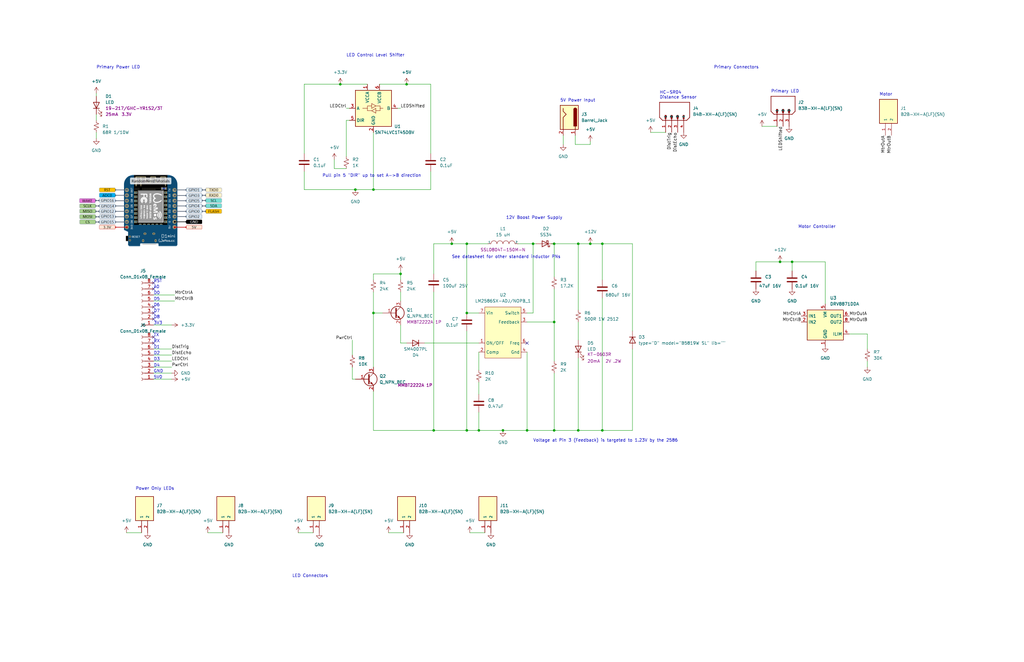
<source format=kicad_sch>
(kicad_sch (version 20211123) (generator eeschema)
  (paper "B")
  (title_block (title "Cat Feeder Controller") (rev "-") (company "Beaumont Aerodrome Corp"))
  (lib_symbols
    (symbol "Connector:Barrel_Jack" (pin_names (offset 1.016))
      (property "Reference" "J" (at 0 5.334 0))
      (property "Value" "Barrel_Jack" (at 0 -5.08 0))
      (symbol "Barrel_Jack_0_1"
        (rectangle (start -5.08 3.81) (end 5.08 -3.81) (stroke (width 0.254)) (fill (type background)))
        (arc (start -3.302 3.175) (mid -3.937 2.54) (end -3.302 1.905) (stroke (width 0.254)))
        (arc (start -3.302 3.175) (mid -3.937 2.54) (end -3.302 1.905) (stroke (width 0.254)) (fill (type outline)))
        (polyline (pts (xy 5.08 2.54) (xy 3.81 2.54)) (stroke (width 0.254)))
        (polyline (pts (xy -3.81 -2.54) (xy -2.54 -2.54) (xy -1.27 -1.27) (xy 0 -2.54) (xy 2.54 -2.54) (xy 5.08 -2.54)) (stroke (width 0.254)))
        (rectangle (start 3.683 3.175) (end -3.302 1.905) (stroke (width 0.254)) (fill (type outline)))
      )
      (symbol "Barrel_Jack_1_1"
        (pin passive line (at 7.62 2.54 180) (length 2.54) (name "~") (number "1"))
        (pin passive line (at 7.62 -2.54 180) (length 2.54) (name "~") (number "2"))
      )
    )
    (symbol "Connector:Conn_01x08_Female" (pin_names (offset 1.016) hide)
      (property "Reference" "J" (at 0 10.16 0))
      (property "Value" "Conn_01x08_Female" (at 0 -12.7 0))
      (symbol "Conn_01x08_Female_1_1"
        (arc (start 0 -9.652) (mid -0.508 -10.16) (end 0 -10.668) (stroke (width 0.1524)))
        (arc (start 0 -7.112) (mid -0.508 -7.62) (end 0 -8.128) (stroke (width 0.1524)))
        (arc (start 0 -4.572) (mid -0.508 -5.08) (end 0 -5.588) (stroke (width 0.1524)))
        (arc (start 0 -2.032) (mid -0.508 -2.54) (end 0 -3.048) (stroke (width 0.1524)))
        (polyline (pts (xy -1.27 -10.16) (xy -0.508 -10.16)) (stroke (width 0.1524)))
        (polyline (pts (xy -1.27 -7.62) (xy -0.508 -7.62)) (stroke (width 0.1524)))
        (polyline (pts (xy -1.27 -5.08) (xy -0.508 -5.08)) (stroke (width 0.1524)))
        (polyline (pts (xy -1.27 -2.54) (xy -0.508 -2.54)) (stroke (width 0.1524)))
        (polyline (pts (xy -1.27 0) (xy -0.508 0)) (stroke (width 0.1524)))
        (polyline (pts (xy -1.27 2.54) (xy -0.508 2.54)) (stroke (width 0.1524)))
        (polyline (pts (xy -1.27 5.08) (xy -0.508 5.08)) (stroke (width 0.1524)))
        (polyline (pts (xy -1.27 7.62) (xy -0.508 7.62)) (stroke (width 0.1524)))
        (arc (start 0 0.508) (mid -0.508 0) (end 0 -0.508) (stroke (width 0.1524)))
        (arc (start 0 3.048) (mid -0.508 2.54) (end 0 2.032) (stroke (width 0.1524)))
        (arc (start 0 5.588) (mid -0.508 5.08) (end 0 4.572) (stroke (width 0.1524)))
        (arc (start 0 8.128) (mid -0.508 7.62) (end 0 7.112) (stroke (width 0.1524)))
        (pin passive line (at -5.08 7.62 0) (length 3.81) (name "Pin_1") (number "1"))
        (pin passive line (at -5.08 5.08 0) (length 3.81) (name "Pin_2") (number "2"))
        (pin passive line (at -5.08 2.54 0) (length 3.81) (name "Pin_3") (number "3"))
        (pin passive line (at -5.08 0 0) (length 3.81) (name "Pin_4") (number "4"))
        (pin passive line (at -5.08 -2.54 0) (length 3.81) (name "Pin_5") (number "5"))
        (pin passive line (at -5.08 -5.08 0) (length 3.81) (name "Pin_6") (number "6"))
        (pin passive line (at -5.08 -7.62 0) (length 3.81) (name "Pin_7") (number "7"))
        (pin passive line (at -5.08 -10.16 0) (length 3.81) (name "Pin_8") (number "8"))
      )
    )
    (symbol "Device:C" (pin_numbers hide) (pin_names (offset 0.254))
      (property "Reference" "C" (at 0.635 2.54 0))
      (property "Value" "C" (at 0.635 -2.54 0))
      (symbol "C_0_1"
        (polyline (pts (xy -2.032 -0.762) (xy 2.032 -0.762)) (stroke (width 0.508)))
        (polyline (pts (xy -2.032 0.762) (xy 2.032 0.762)) (stroke (width 0.508)))
      )
      (symbol "C_1_1"
        (pin passive line (at 0 3.81 270) (length 2.794) (name "~") (number "1"))
        (pin passive line (at 0 -3.81 90) (length 2.794) (name "~") (number "2"))
      )
    )
    (symbol "Device:D_Schottky" (pin_numbers hide) (pin_names (offset 1.016) hide)
      (property "Reference" "D" (at 0 2.54 0))
      (property "Value" "D_Schottky" (at 0 -2.54 0))
      (symbol "D_Schottky_0_1"
        (polyline (pts (xy 1.27 0) (xy -1.27 0)))
        (polyline (pts (xy 1.27 1.27) (xy 1.27 -1.27) (xy -1.27 0) (xy 1.27 1.27)) (stroke (width 0.254)))
        (polyline (pts (xy -1.905 0.635) (xy -1.905 1.27) (xy -1.27 1.27) (xy -1.27 -1.27) (xy -0.635 -1.27) (xy -0.635 -0.635)) (stroke (width 0.254)))
      )
      (symbol "D_Schottky_1_1"
        (pin passive line (at -3.81 0 0) (length 2.54) (name "K") (number "1"))
        (pin passive line (at 3.81 0 180) (length 2.54) (name "A") (number "2"))
      )
    )
    (symbol "Device:LED" (pin_numbers hide) (pin_names (offset 1.016) hide)
      (property "Reference" "D" (at 0 2.54 0))
      (property "Value" "LED" (at 0 -2.54 0))
      (symbol "LED_0_1"
        (polyline (pts (xy -1.27 -1.27) (xy -1.27 1.27)) (stroke (width 0.254)))
        (polyline (pts (xy -1.27 0) (xy 1.27 0)))
        (polyline (pts (xy 1.27 -1.27) (xy 1.27 1.27) (xy -1.27 0) (xy 1.27 -1.27)) (stroke (width 0.254)))
        (polyline (pts (xy -3.048 -0.762) (xy -4.572 -2.286) (xy -3.81 -2.286) (xy -4.572 -2.286) (xy -4.572 -1.524)))
        (polyline (pts (xy -1.778 -0.762) (xy -3.302 -2.286) (xy -2.54 -2.286) (xy -3.302 -2.286) (xy -3.302 -1.524)))
      )
      (symbol "LED_1_1"
        (pin passive line (at -3.81 0 0) (length 2.54) (name "K") (number "1"))
        (pin passive line (at 3.81 0 180) (length 2.54) (name "A") (number "2"))
      )
    )
    (symbol "Device:Q_NPN_BEC" (pin_names (offset 0) hide)
      (property "Reference" "Q" (at 5.08 1.27 0))
      (property "Value" "Q_NPN_BEC" (at 5.08 -1.27 0))
      (symbol "Q_NPN_BEC_0_1"
        (polyline (pts (xy 0.635 0.635) (xy 2.54 2.54)))
        (polyline (pts (xy 0.635 -0.635) (xy 2.54 -2.54) (xy 2.54 -2.54)))
        (polyline (pts (xy 0.635 1.905) (xy 0.635 -1.905) (xy 0.635 -1.905)) (stroke (width 0.508)))
        (polyline (pts (xy 1.27 -1.778) (xy 1.778 -1.27) (xy 2.286 -2.286) (xy 1.27 -1.778) (xy 1.27 -1.778)) (fill (type outline)))
        (circle (center 1.27 0) (radius 2.8194) (stroke (width 0.254)))
      )
      (symbol "Q_NPN_BEC_1_1"
        (pin input line (at -5.08 0 0) (length 5.715) (name "B") (number "1"))
        (pin passive line (at 2.54 -5.08 90) (length 2.54) (name "E") (number "2"))
        (pin passive line (at 2.54 5.08 270) (length 2.54) (name "C") (number "3"))
      )
    )
    (symbol "Device:R_Small_US" (pin_numbers hide) (pin_names (offset 0.254) hide)
      (property "Reference" "R" (at 0.762 0.508 0))
      (property "Value" "R_Small_US" (at 0.762 -1.016 0))
      (symbol "R_Small_US_1_1"
        (polyline (pts (xy 0 0) (xy 1.016 -0.381) (xy 0 -0.762) (xy -1.016 -1.143) (xy 0 -1.524)))
        (polyline (pts (xy 0 1.524) (xy 1.016 1.143) (xy 0 0.762) (xy -1.016 0.381) (xy 0 0)))
        (pin passive line (at 0 2.54 270) (length 1.016) (name "~") (number "1"))
        (pin passive line (at 0 -2.54 90) (length 1.016) (name "~") (number "2"))
      )
    )
    (symbol "Diode:1N914" (pin_numbers hide) (pin_names hide)
      (property "Reference" "D" (at 0 2.54 0))
      (property "Value" "1N914" (at 0 -2.54 0))
      (symbol "1N914_0_1"
        (polyline (pts (xy -1.27 1.27) (xy -1.27 -1.27)) (stroke (width 0.254)))
        (polyline (pts (xy 1.27 0) (xy -1.27 0)))
        (polyline (pts (xy 1.27 1.27) (xy 1.27 -1.27) (xy -1.27 0) (xy 1.27 1.27)) (stroke (width 0.254)))
      )
      (symbol "1N914_1_1"
        (pin passive line (at -3.81 0 0) (length 2.54) (name "K") (number "1"))
        (pin passive line (at 3.81 0 180) (length 2.54) (name "A") (number "2"))
      )
    )
    (symbol "Driver_Motor:DRV8871DDA"
      (property "Reference" "U" (at -6.35 6.35 0))
      (property "Value" "DRV8871DDA" (at 8.89 6.35 0))
      (symbol "DRV8871DDA_0_1"
        (rectangle (start -7.62 5.08) (end 7.62 -7.62) (stroke (width 0.254)) (fill (type background)))
      )
      (symbol "DRV8871DDA_1_1"
        (pin power_in line (at 0 -10.16 90) (length 2.54) (name "GND") (number "1"))
        (pin input line (at -10.16 0 0) (length 2.54) (name "IN2") (number "2"))
        (pin input line (at -10.16 2.54 0) (length 2.54) (name "IN1") (number "3"))
        (pin passive line (at 10.16 -5.08 180) (length 2.54) (name "ILIM") (number "4"))
        (pin power_in line (at 0 7.62 270) (length 2.54) (name "VM") (number "5"))
        (pin output line (at 10.16 2.54 180) (length 2.54) (name "OUT1") (number "6"))
        (pin passive line (at 0 -10.16 90) (length 2.54) hide (name "GND") (number "7"))
        (pin output line (at 10.16 0 180) (length 2.54) (name "OUT2") (number "8"))
        (pin passive line (at 0 -10.16 90) (length 2.54) hide (name "GND") (number "9"))
      )
    )
    (symbol "Logic_LevelTranslator:SN74LVC1T45DBV"
      (property "Reference" "U" (at -6.35 8.89 0))
      (property "Value" "SN74LVC1T45DBV" (at 3.81 8.89 0))
      (symbol "SN74LVC1T45DBV_0_1"
        (rectangle (start -7.62 7.62) (end 7.62 -7.62) (stroke (width 0.254)) (fill (type background)))
        (polyline (pts (xy -2.54 0) (xy -2.54 1.016) (xy -0.762 1.016)))
        (polyline (pts (xy 2.794 0) (xy 2.794 -1.016) (xy 1.016 -1.016)))
        (polyline (pts (xy -0.762 -1.016) (xy -2.54 -1.016) (xy -2.54 0) (xy -4.572 0)))
        (polyline (pts (xy -0.762 0) (xy -0.762 2.032) (xy 1.016 1.016) (xy -0.762 0)))
        (polyline (pts (xy 1.016 1.016) (xy 2.794 1.016) (xy 2.794 0) (xy 4.064 0)))
        (polyline (pts (xy 1.016 0) (xy 1.016 -1.778) (xy 1.016 -2.032) (xy -0.762 -1.016) (xy 1.016 0)))
      )
      (symbol "SN74LVC1T45DBV_1_1"
        (pin power_in line (at -2.54 10.16 270) (length 2.54) (name "VCCA") (number "1"))
        (pin power_in line (at 0 -10.16 90) (length 2.54) (name "GND") (number "2"))
        (pin bidirectional line (at -10.16 0 0) (length 2.54) (name "A") (number "3"))
        (pin bidirectional line (at 10.16 0 180) (length 2.54) (name "B") (number "4"))
        (pin input line (at -10.16 -5.08 0) (length 2.54) (name "DIR") (number "5"))
        (pin power_in line (at 2.54 10.16 270) (length 2.54) (name "VCCB") (number "6"))
      )
    )
    (symbol "MarlinLib:B2B-XH-A(LF)(SN)" (pin_names (offset 1.016))
      (property "Reference" "J" (at -5.08 3.048 0))
      (property "Value" "B2B-XH-A(LF)(SN)" (at -5.08 -7.62 0))
      (symbol "B2B-XH-A(LF)(SN)_0_0"
        (rectangle (start -5.08 -5.08) (end 5.08 2.54) (stroke (width 0.254)) (fill (type background)))
        (pin passive line (at -10.16 0 0) (length 5.08) (name "1") (number "1"))
        (pin passive line (at -10.16 -2.54 0) (length 5.08) (name "2") (number "2"))
      )
    )
    (symbol "MarlinLib:B3B-XH-A(LF)(SN)" (pin_names (offset 1.016))
      (property "Reference" "J" (at 0 6.35 0))
      (property "Value" "B3B-XH-A(LF)(SN)" (at 0 -7.62 0))
      (symbol "B3B-XH-A(LF)(SN)_0_0"
        (polyline (pts (xy 0 -3.81) (xy 1.27 -5.08)) (stroke (width 0.254)))
        (polyline (pts (xy 0 -2.54) (xy 1.905 -2.54)) (stroke (width 0.254)))
        (polyline (pts (xy 0 0) (xy 1.905 0)) (stroke (width 0.254)))
        (polyline (pts (xy 0 2.54) (xy 0 -3.81)) (stroke (width 0.254)))
        (polyline (pts (xy 0 2.54) (xy 1.905 2.54)) (stroke (width 0.254)))
        (polyline (pts (xy 0 3.81) (xy 0 2.54)) (stroke (width 0.254)))
        (polyline (pts (xy 0 3.81) (xy 1.27 5.08)) (stroke (width 0.254)))
        (polyline (pts (xy 1.27 -5.08) (xy 7.62 -5.08)) (stroke (width 0.254)))
        (polyline (pts (xy 7.62 -5.08) (xy 7.62 5.08)) (stroke (width 0.254)))
        (polyline (pts (xy 7.62 5.08) (xy 1.27 5.08)) (stroke (width 0.254)))
        (rectangle (start 0.635 -2.8575) (end 2.2225 -2.2225) (stroke (width 0.1)) (fill (type outline)))
        (rectangle (start 0.635 -0.3175) (end 2.2225 0.3175) (stroke (width 0.1)) (fill (type outline)))
        (rectangle (start 0.635 2.2225) (end 2.2225 2.8575) (stroke (width 0.1)) (fill (type outline)))
        (pin passive line (at -5.08 2.54 0) (length 5.08) (name "1") (number "1"))
        (pin passive line (at -5.08 0 0) (length 5.08) (name "2") (number "2"))
        (pin passive line (at -5.08 -2.54 0) (length 5.08) (name "3") (number "3"))
      )
    )
    (symbol "MarlinLib:B4B-XH-A(LF)(SN)" (pin_names (offset 1.016))
      (property "Reference" "J" (at 0 8.89 0))
      (property "Value" "B4B-XH-A(LF)(SN)" (at 0 -7.62 0))
      (symbol "B4B-XH-A(LF)(SN)_0_0"
        (polyline (pts (xy 0 -3.81) (xy 1.27 -5.08)) (stroke (width 0.254)))
        (polyline (pts (xy 0 -2.54) (xy 1.905 -2.54)) (stroke (width 0.254)))
        (polyline (pts (xy 0 0) (xy 1.905 0)) (stroke (width 0.254)))
        (polyline (pts (xy 0 2.54) (xy 1.905 2.54)) (stroke (width 0.254)))
        (polyline (pts (xy 0 5.08) (xy 0 -3.81)) (stroke (width 0.254)))
        (polyline (pts (xy 0 5.08) (xy 1.905 5.08)) (stroke (width 0.254)))
        (polyline (pts (xy 0 6.35) (xy 0 5.08)) (stroke (width 0.254)))
        (polyline (pts (xy 0 6.35) (xy 1.27 7.62)) (stroke (width 0.254)))
        (polyline (pts (xy 1.27 -5.08) (xy 7.62 -5.08)) (stroke (width 0.254)))
        (polyline (pts (xy 7.62 -5.08) (xy 7.62 7.62)) (stroke (width 0.254)))
        (polyline (pts (xy 7.62 7.62) (xy 1.27 7.62)) (stroke (width 0.254)))
        (rectangle (start 0.635 -2.8575) (end 2.2225 -2.2225) (stroke (width 0.1)) (fill (type outline)))
        (rectangle (start 0.635 -0.3175) (end 2.2225 0.3175) (stroke (width 0.1)) (fill (type outline)))
        (rectangle (start 0.635 2.2225) (end 2.2225 2.8575) (stroke (width 0.1)) (fill (type outline)))
        (rectangle (start 0.635 4.7625) (end 2.2225 5.3975) (stroke (width 0.1)) (fill (type outline)))
        (pin passive line (at -5.08 5.08 0) (length 5.08) (name "1") (number "1"))
        (pin passive line (at -5.08 2.54 0) (length 5.08) (name "2") (number "2"))
        (pin passive line (at -5.08 0 0) (length 5.08) (name "3") (number "3"))
        (pin passive line (at -5.08 -2.54 0) (length 5.08) (name "4") (number "4"))
      )
    )
    (symbol "MarlinLib:LM2586SX-ADJ{slash}NOPB_1"
      (property "Reference" "U" (at 0 -2.54 0))
      (property "Value" "LM2586SX-ADJ{slash}NOPB_1" (at 0 -26.67 0))
      (symbol "LM2586SX-ADJ{slash}NOPB_1_0_1"
        (rectangle (start -7.62 -3.81) (end 7.62 -25.4) (fill (type background)))
      )
      (symbol "LM2586SX-ADJ{slash}NOPB_1_1_1"
        (pin input line (at -10.16 -19.05 0) (length 2.54) (name "ON/OFF") (number "1"))
        (pin input line (at -10.16 -22.86 0) (length 2.54) (name "Comp") (number "2"))
        (pin input line (at 10.16 -10.16 180) (length 2.54) (name "Feedback") (number "3"))
        (pin input line (at 10.16 -22.86 180) (length 2.54) (name "Gnd") (number "4"))
        (pin output line (at 10.16 -6.35 180) (length 2.54) (name "Switch") (number "5"))
        (pin input line (at 10.16 -19.05 180) (length 2.54) (name "Freq") (number "6"))
        (pin input line (at -10.16 -6.35 0) (length 2.54) (name "Vin") (number "7"))
      )
    )
    (symbol "Simulation_SPICE:DIODE" (pin_numbers hide) (pin_names (offset 1.016) hide)
      (property "Reference" "D" (at 0 2.54 0))
      (property "Value" "DIODE" (at 0 -2.54 0))
      (symbol "DIODE_0_1"
        (polyline (pts (xy 1.27 0) (xy -1.27 0)))
        (polyline (pts (xy 1.27 1.27) (xy 1.27 -1.27)) (stroke (width 0.254)))
        (polyline (pts (xy -1.27 -1.27) (xy -1.27 1.27) (xy 1.27 0) (xy -1.27 -1.27)) (stroke (width 0.254)))
      )
      (symbol "DIODE_1_1"
        (pin passive line (at -3.81 0 0) (length 2.54) (name "A") (number "1"))
        (pin passive line (at 3.81 0 180) (length 2.54) (name "K") (number "2"))
      )
    )
    (symbol "power:+12V" (power) (pin_names (offset 0))
      (property "Value" "+12V" (at 0 3.556 0))
      (symbol "+12V_0_1"
        (polyline (pts (xy -0.762 1.27) (xy 0 2.54)))
        (polyline (pts (xy 0 0) (xy 0 2.54)))
        (polyline (pts (xy 0 2.54) (xy 0.762 1.27)))
      )
      (symbol "+12V_1_1"
        (pin power_in line (at 0 0 90) (length 0) hide (name "+12V") (number "1"))
      )
    )
    (symbol "power:+3.3V" (power) (pin_names (offset 0))
      (property "Value" "+3.3V" (at 0 3.556 0))
      (symbol "+3.3V_0_1"
        (polyline (pts (xy -0.762 1.27) (xy 0 2.54)))
        (polyline (pts (xy 0 0) (xy 0 2.54)))
        (polyline (pts (xy 0 2.54) (xy 0.762 1.27)))
      )
      (symbol "+3.3V_1_1"
        (pin power_in line (at 0 0 90) (length 0) hide (name "+3.3V") (number "1"))
      )
    )
    (symbol "power:+5V" (power) (pin_names (offset 0))
      (property "Value" "+5V" (at 0 3.556 0))
      (symbol "+5V_0_1"
        (polyline (pts (xy -0.762 1.27) (xy 0 2.54)))
        (polyline (pts (xy 0 0) (xy 0 2.54)))
        (polyline (pts (xy 0 2.54) (xy 0.762 1.27)))
      )
      (symbol "+5V_1_1"
        (pin power_in line (at 0 0 90) (length 0) hide (name "+5V") (number "1"))
      )
    )
    (symbol "power:GND" (power) (pin_names (offset 0))
      (property "Value" "GND" (at 0 -3.81 0))
      (symbol "GND_0_1"
        (polyline (pts (xy 0 0) (xy 0 -1.27) (xy 1.27 -1.27) (xy 0 -2.54) (xy -1.27 -1.27) (xy 0 -1.27)))
      )
      (symbol "GND_1_1"
        (pin power_in line (at 0 0 270) (length 0) hide (name "GND") (number "1"))
      )
    )
    (symbol "pspice:INDUCTOR" (pin_numbers hide) (pin_names (offset 0))
      (property "Reference" "L" (at 0 2.54 0))
      (property "Value" "INDUCTOR" (at 0 -1.27 0))
      (symbol "INDUCTOR_0_1"
        (arc (start -2.54 0) (mid -3.81 1.27) (end -5.08 0))
        (arc (start 0 0) (mid -1.27 1.27) (end -2.54 0))
        (arc (start 2.54 0) (mid 1.27 1.27) (end 0 0))
        (arc (start 5.08 0) (mid 3.81 1.27) (end 2.54 0))
      )
      (symbol "INDUCTOR_1_1"
        (pin input line (at -6.35 0 0) (length 1.27) (name "1") (number "1"))
        (pin input line (at 6.35 0 180) (length 1.27) (name "2") (number "2"))
      )
    )
  )
  (junction (at 171.45 35.56))
  (junction (at 328.93 110.49))
  (junction (at 243.84 102.87))
  (junction (at 254 102.87))
  (junction (at 190.5 102.87))
  (junction (at 254 181.61))
  (junction (at 149.86 80.01))
  (junction (at 334.01 110.49))
  (junction (at 222.25 181.61))
  (junction (at 233.68 102.87))
  (junction (at 157.48 132.08))
  (junction (at 157.48 80.01))
  (junction (at 243.84 181.61))
  (junction (at 196.85 132.08))
  (junction (at 168.91 115.57))
  (junction (at 233.68 135.89))
  (junction (at 224.79 102.87))
  (junction (at 248.92 102.87))
  (junction (at 196.85 102.87))
  (junction (at 196.85 181.61))
  (junction (at 143.51 35.56))
  (junction (at 212.09 181.61))
  (junction (at 233.68 181.61))
  (junction (at 201.93 181.61))
  (junction (at 182.88 181.61))
  (no_connect (at 64.77 132.08))
  (no_connect (at 64.77 121.92))
  (no_connect (at 64.77 129.54))
  (no_connect (at 64.77 144.78))
  (no_connect (at 64.77 142.24))
  (no_connect (at 64.77 119.38))
  (no_connect (at 64.77 134.62))
  (no_connect (at 222.25 144.78))
  (wire (pts (xy 157.48 123.19) (xy 157.48 132.08)))
  (wire (pts (xy 157.48 132.08) (xy 157.48 154.94)))
  (wire (pts (xy 248.92 59.69) (xy 248.92 60.96)))
  (wire (pts (xy 190.5 102.87) (xy 196.85 102.87)))
  (wire (pts (xy 146.05 50.8) (xy 146.05 66.04)))
  (wire (pts (xy 243.84 135.89) (xy 243.84 143.51)))
  (wire (pts (xy 64.77 149.86) (xy 72.39 149.86)))
  (wire (pts (xy 143.51 35.56) (xy 154.94 35.56)))
  (wire (pts (xy 318.77 110.49) (xy 328.93 110.49)))
  (wire (pts (xy 328.93 110.49) (xy 334.01 110.49)))
  (wire (pts (xy 237.49 57.15) (xy 237.49 60.96)))
  (wire (pts (xy 163.83 224.79) (xy 170.18 224.79)))
  (wire (pts (xy 64.77 160.02) (xy 72.39 160.02)))
  (wire (pts (xy 254 125.73) (xy 254 181.61)))
  (wire (pts (xy 222.25 181.61) (xy 233.68 181.61)))
  (wire (pts (xy 196.85 181.61) (xy 201.93 181.61)))
  (wire (pts (xy 196.85 102.87) (xy 205.74 102.87)))
  (wire (pts (xy 182.88 123.19) (xy 182.88 181.61)))
  (wire (pts (xy 146.05 71.12) (xy 140.97 71.12)))
  (wire (pts (xy 128.27 35.56) (xy 143.51 35.56)))
  (wire (pts (xy 64.77 127) (xy 73.66 127)))
  (wire (pts (xy 168.91 45.72) (xy 167.64 45.72)))
  (wire (pts (xy 243.84 102.87) (xy 248.92 102.87)))
  (wire (pts (xy 181.61 64.77) (xy 181.61 35.56)))
  (wire (pts (xy 40.64 58.42) (xy 40.64 55.88)))
  (wire (pts (xy 243.84 181.61) (xy 254 181.61)))
  (wire (pts (xy 196.85 132.08) (xy 201.93 132.08)))
  (wire (pts (xy 157.48 115.57) (xy 168.91 115.57)))
  (wire (pts (xy 242.57 60.96) (xy 248.92 60.96)))
  (wire (pts (xy 64.77 147.32) (xy 72.39 147.32)))
  (wire (pts (xy 128.27 72.39) (xy 128.27 80.01)))
  (wire (pts (xy 64.77 137.16) (xy 72.39 137.16)))
  (wire (pts (xy 168.91 144.78) (xy 168.91 137.16)))
  (wire (pts (xy 218.44 102.87) (xy 224.79 102.87)))
  (wire (pts (xy 149.86 80.01) (xy 157.48 80.01)))
  (wire (pts (xy 224.79 102.87) (xy 224.79 132.08)))
  (wire (pts (xy 365.76 140.97) (xy 365.76 147.32)))
  (wire (pts (xy 222.25 135.89) (xy 233.68 135.89)))
  (wire (pts (xy 157.48 118.11) (xy 157.48 115.57)))
  (wire (pts (xy 254 102.87) (xy 266.7 102.87)))
  (wire (pts (xy 64.77 124.46) (xy 73.66 124.46)))
  (wire (pts (xy 334.01 110.49) (xy 347.98 110.49)))
  (wire (pts (xy 160.02 35.56) (xy 171.45 35.56)))
  (wire (pts (xy 266.7 102.87) (xy 266.7 139.7)))
  (wire (pts (xy 146.05 50.8) (xy 147.32 50.8)))
  (wire (pts (xy 318.77 110.49) (xy 318.77 114.3)))
  (wire (pts (xy 201.93 156.21) (xy 201.93 148.59)))
  (wire (pts (xy 254 181.61) (xy 266.7 181.61)))
  (wire (pts (xy 182.88 102.87) (xy 182.88 115.57)))
  (wire (pts (xy 201.93 181.61) (xy 212.09 181.61)))
  (wire (pts (xy 233.68 181.61) (xy 243.84 181.61)))
  (wire (pts (xy 224.79 132.08) (xy 222.25 132.08)))
  (wire (pts (xy 254 118.11) (xy 254 102.87)))
  (wire (pts (xy 168.91 115.57) (xy 168.91 118.11)))
  (wire (pts (xy 266.7 147.32) (xy 266.7 181.61)))
  (wire (pts (xy 248.92 102.87) (xy 254 102.87)))
  (wire (pts (xy 212.09 181.61) (xy 222.25 181.61)))
  (wire (pts (xy 171.45 144.78) (xy 168.91 144.78)))
  (wire (pts (xy 40.64 50.8) (xy 40.64 48.26)))
  (wire (pts (xy 243.84 151.13) (xy 243.84 181.61)))
  (wire (pts (xy 233.68 102.87) (xy 243.84 102.87)))
  (wire (pts (xy 182.88 181.61) (xy 196.85 181.61)))
  (wire (pts (xy 201.93 161.29) (xy 201.93 166.37)))
  (wire (pts (xy 157.48 55.88) (xy 157.48 80.01)))
  (wire (pts (xy 40.64 40.64) (xy 40.64 39.37)))
  (wire (pts (xy 128.27 80.01) (xy 149.86 80.01)))
  (wire (pts (xy 201.93 173.99) (xy 201.93 181.61)))
  (wire (pts (xy 168.91 114.3) (xy 168.91 115.57)))
  (wire (pts (xy 181.61 72.39) (xy 181.61 80.01)))
  (wire (pts (xy 157.48 165.1) (xy 157.48 181.61)))
  (wire (pts (xy 87.63 224.79) (xy 93.98 224.79)))
  (wire (pts (xy 125.73 224.79) (xy 132.08 224.79)))
  (wire (pts (xy 148.59 143.51) (xy 148.59 149.86)))
  (wire (pts (xy 148.59 154.94) (xy 148.59 160.02)))
  (wire (pts (xy 64.77 157.48) (xy 72.39 157.48)))
  (wire (pts (xy 243.84 102.87) (xy 243.84 130.81)))
  (wire (pts (xy 233.68 116.84) (xy 233.68 102.87)))
  (wire (pts (xy 157.48 181.61) (xy 182.88 181.61)))
  (wire (pts (xy 365.76 152.4) (xy 365.76 154.94)))
  (wire (pts (xy 222.25 148.59) (xy 222.25 181.61)))
  (wire (pts (xy 157.48 132.08) (xy 161.29 132.08)))
  (wire (pts (xy 196.85 139.7) (xy 196.85 181.61)))
  (wire (pts (xy 168.91 127) (xy 168.91 123.19)))
  (wire (pts (xy 196.85 102.87) (xy 196.85 132.08)))
  (wire (pts (xy 64.77 152.4) (xy 72.39 152.4)))
  (wire (pts (xy 146.05 45.72) (xy 147.32 45.72)))
  (wire (pts (xy 64.77 154.94) (xy 72.39 154.94)))
  (wire (pts (xy 224.79 102.87) (xy 226.06 102.87)))
  (wire (pts (xy 179.07 144.78) (xy 201.93 144.78)))
  (wire (pts (xy 233.68 135.89) (xy 233.68 152.4)))
  (wire (pts (xy 182.88 102.87) (xy 190.5 102.87)))
  (wire (pts (xy 347.98 128.27) (xy 347.98 110.49)))
  (wire (pts (xy 358.14 140.97) (xy 365.76 140.97)))
  (wire (pts (xy 242.57 57.15) (xy 242.57 60.96)))
  (wire (pts (xy 198.12 224.79) (xy 204.47 224.79)))
  (wire (pts (xy 128.27 35.56) (xy 128.27 64.77)))
  (wire (pts (xy 148.59 160.02) (xy 149.86 160.02)))
  (wire (pts (xy 232.41 102.87) (xy 233.68 102.87)))
  (wire (pts (xy 334.01 110.49) (xy 334.01 114.3)))
  (wire (pts (xy 140.97 67.31) (xy 140.97 71.12)))
  (wire (pts (xy 171.45 35.56) (xy 181.61 35.56)))
  (wire (pts (xy 53.34 224.79) (xy 59.69 224.79)))
  (wire (pts (xy 274.32 55.88) (xy 280.67 55.88)))
  (wire (pts (xy 321.31 53.34) (xy 327.66 53.34)))
  (wire (pts (xy 233.68 135.89) (xy 233.68 121.92)))
  (wire (pts (xy 233.68 157.48) (xy 233.68 181.61)))
  (wire (pts (xy 157.48 80.01) (xy 181.61 80.01)))
  (image (at 63.5 88.9))
  (text "HC-SR04\nDistance Sensor" (at 278.13 41.91 0) (effects (font (size 1.27 1.27)) (justify left bottom)))
  (text "5V0" (at 64.77 160.02 0) (effects (font (size 1.27 1.27)) (justify left bottom)))
  (text "D5" (at 64.77 127 0) (effects (font (size 1.27 1.27)) (justify left bottom)))
  (text "Voltage at Pin 3 (Feedback) is targeted to 1.23V by the 2586" (at 224.79 186.69 0) (effects (font (size 1.27 1.27)) (justify left bottom)))
  (text "D0" (at 64.77 124.46 0) (effects (font (size 1.27 1.27)) (justify left bottom)))
  (text "Motor\n" (at 370.84 40.64 0) (effects (font (size 1.27 1.27)) (justify left bottom)))
  (text "D2" (at 64.77 149.86 0) (effects (font (size 1.27 1.27)) (justify left bottom)))
  (text "Primary LED" (at 325.12 39.37 0) (effects (font (size 1.27 1.27)) (justify left bottom)))
  (text "D8" (at 64.77 134.62 0) (effects (font (size 1.27 1.27)) (justify left bottom)))
  (text "A0\n" (at 64.77 121.92 0) (effects (font (size 1.27 1.27)) (justify left bottom)))
  (text "D1" (at 64.77 147.32 0) (effects (font (size 1.27 1.27)) (justify left bottom)))
  (text "D4" (at 64.7894 155.0192 0) (effects (font (size 1.27 1.27)) (justify left bottom)))
  (text "D6" (at 64.77 129.54 0) (effects (font (size 1.27 1.27)) (justify left bottom)))
  (text "D7" (at 64.77 132.08 0) (effects (font (size 1.27 1.27)) (justify left bottom)))
  (text "Power Only LEDs" (at 57.15 207.01 0) (effects (font (size 1.27 1.27)) (justify left bottom)))
  (text "D3" (at 64.77 152.4 0) (effects (font (size 1.27 1.27)) (justify left bottom)))
  (text "Primary Power LED" (at 40.64 29.21 0) (effects (font (size 1.27 1.27)) (justify left bottom)))
  (text "Motor Controller" (at 336.55 96.52 0) (effects (font (size 1.27 1.27)) (justify left bottom)))
  (text "5V Power Input" (at 236.22 43.18 0) (effects (font (size 1.27 1.27)) (justify left bottom)))
  (text "RST" (at 64.77 119.38 0) (effects (font (size 1.27 1.27)) (justify left bottom)))
  (text "LED Control Level Shifter" (at 146.05 24.13 0) (effects (font (size 1.27 1.27)) (justify left bottom)))
  (text "TX" (at 64.77 142.24 0) (effects (font (size 1.27 1.27)) (justify left bottom)))
  (text "Pull pin 5 \"DIR\" up to set A->B direction" (at 135.89 74.93 0) (effects (font (size 1.27 1.27)) (justify left bottom)))
  (text "Primary Connectors" (at 300.99 29.21 0) (effects (font (size 1.27 1.27)) (justify left bottom)))
  (text "12V Boost Power Supply" (at 213.36 92.71 0) (effects (font (size 1.27 1.27)) (justify left bottom)))
  (text "3V3" (at 64.77 137.16 0) (effects (font (size 1.27 1.27)) (justify left bottom)))
  (text "GND" (at 64.77 157.48 0) (effects (font (size 1.27 1.27)) (justify left bottom)))
  (text "LED Connectors" (at 123.19 243.84 0) (effects (font (size 1.27 1.27)) (justify left bottom)))
  (text "RX" (at 64.77 144.78 0) (effects (font (size 1.27 1.27)) (justify left bottom)))
  (text "See datasheet for other standard inductor PNs" (at 190.5 109.22 0) (effects (font (size 1.27 1.27)) (justify left bottom)))
  (label "MtrOutA" (at 373.38 57.15 270))
  (label "MtrCtrlB" (at 337.82 135.89 180))
  (label "LEDShifted" (at 330.2 53.34 270))
  (label "MtrOutB" (at 375.92 57.15 270))
  (label "MtrCtrlA" (at 73.66 124.46 0))
  (label "LEDCtrl" (at 72.39 152.4 0))
  (label "LEDShifted" (at 168.91 45.72 0))
  (label "MtrOutA" (at 358.14 133.35 0))
  (label "MtrOutB" (at 358.14 135.89 0))
  (label "MtrCtrlA" (at 337.82 133.35 180))
  (label "DistEcho" (at 285.75 55.88 270))
  (label "PwrCtrl" (at 148.59 143.51 180))
  (label "LEDCtrl" (at 146.05 45.72 180))
  (label "MtrCtrlB" (at 73.66 127 0))
  (label "DistTrig" (at 283.21 55.88 270))
  (label "PwrCtrl" (at 72.39 154.94 0))
  (label "DistTrig" (at 72.39 147.32 0))
  (label "DistEcho" (at 72.39 149.86 0))
  (symbol (lib_id "power:+5V") (at 274.32 55.88 0) (unit 1)
    (property "Reference" "#PWR06" (effects hide))
    (property "Value" "+5V" (at 274.32 50.8 0))
  )
  (symbol (lib_id "power:+5V") (at 190.5 102.87 0) (unit 1)
    (property "Reference" "#PWR013" (effects hide))
    (property "Value" "+5V" (at 190.5 97.79 0))
  )
  (symbol (lib_id "power:+5V") (at 198.12 224.79 0) (unit 1)
    (property "Reference" "#PWR033" (effects hide))
    (property "Value" "+5V" (at 198.12 219.71 0))
  )
  (symbol (lib_id "MarlinLib:B2B-XH-A(LF)(SN)") (at 170.18 214.63 90) (unit 1)
    (property "Reference" "J10" (at 176.53 213.3599 90) (effects (justify right)))
    (property "Value" "B2B-XH-A(LF)(SN)" (at 176.53 215.8999 90) (effects (justify right)))
    (property "Footprint" "Connector_JST:JST_XH_B2B-XH-A_1x02_P2.50mm_Vertical" (effects hide))
    (property "DESCRIPTION" "Connector Header Through Hole 2 position 0.098 (2.50mm)" (effects hide))
    (property "AVAILABILITY" "In Stock" (effects hide))
    (property "MP" "B2B-XH-A(LF)(SN)" (effects hide))
    (property "PACKAGE" "None" (effects hide))
    (property "PRICE" "None" (effects hide))
    (property "MF" "JST Sales" (effects hide))
    (property "PN" "XH-2A" (effects hide))
  )
  (symbol (lib_id "Device:R_Small_US") (at 365.76 149.86 0) (unit 1)
    (property "Reference" "R7" (at 368.3 148.5899 0) (effects (justify left)))
    (property "Value" "30K" (at 368.3 151.1299 0) (effects (justify left)))
    (property "Footprint" "Resistor_SMD:R_0402_1005Metric" (effects hide))
    (property "PN" "0402WGD3002TCE" (effects hide))
  )
  (symbol (lib_id "power:+12V") (at 248.92 102.87 0) (unit 1)
    (property "Reference" "#PWR014" (effects hide))
    (property "Value" "+12V" (at 248.92 97.79 0))
  )
  (symbol (lib_id "Driver_Motor:DRV8871DDA") (at 347.98 135.89 0) (unit 1)
    (property "Reference" "U3" (at 349.9994 125.73 0) (effects (justify left)))
    (property "Value" "DRV8871DDA" (at 349.9994 128.27 0) (effects (justify left)))
    (property "Footprint" "Package_SO:Texas_HTSOP-8-1EP_3.9x4.9mm_P1.27mm_EP2.95x4.9mm_Mask2.4x3.1mm_ThermalVias" (effects hide))
    (property "Datasheet" "http://www.ti.com/lit/ds/symlink/drv8871.pdf" (effects hide))
    (property "PN" "DRV8871DDA" (effects hide))
  )
  (symbol (lib_id "power:GND") (at 62.23 224.79 0) (unit 1)
    (property "Reference" "#PWR026" (effects hide))
    (property "Value" "GND" (at 62.23 229.87 0))
  )
  (symbol (lib_id "Device:Q_NPN_BEC") (at 166.37 132.08 0) (unit 1)
    (property "Reference" "Q1" (at 171.45 130.8099 0) (effects (justify left)))
    (property "Value" "Q_NPN_BEC" (at 171.45 133.3499 0) (effects (justify left)))
    (property "Footprint" "Package_TO_SOT_SMD:SOT-23" (effects hide))
    (property "PN" "MMBT2222A 1P" (at 171.45 135.89 0) (effects (justify left)))
  )
  (symbol (lib_id "Device:C") (at 334.01 118.11 0) (unit 1)
    (property "Reference" "C4" (at 337.82 116.8399 0) (effects (justify left)))
    (property "Value" "0.1uF 16V" (at 335.28 120.65 0) (effects (justify left)))
    (property "Footprint" "Capacitor_SMD:C_0402_1005Metric" (effects hide))
    (property "PN" "CL05B104KO5NNNC" (effects hide))
  )
  (symbol (lib_id "power:+5V") (at 321.31 53.34 0) (unit 1)
    (property "Reference" "#PWR04" (effects hide))
    (property "Value" "+5V" (at 321.31 48.26 0))
  )
  (symbol (lib_id "MarlinLib:B2B-XH-A(LF)(SN)") (at 93.98 214.63 90) (unit 1)
    (property "Reference" "J8" (at 100.33 213.3599 90) (effects (justify right)))
    (property "Value" "B2B-XH-A(LF)(SN)" (at 100.33 215.8999 90) (effects (justify right)))
    (property "Footprint" "Connector_JST:JST_XH_B2B-XH-A_1x02_P2.50mm_Vertical" (effects hide))
    (property "DESCRIPTION" "Connector Header Through Hole 2 position 0.098 (2.50mm)" (effects hide))
    (property "AVAILABILITY" "In Stock" (effects hide))
    (property "MP" "B2B-XH-A(LF)(SN)" (effects hide))
    (property "PACKAGE" "None" (effects hide))
    (property "PRICE" "None" (effects hide))
    (property "MF" "JST Sales" (effects hide))
    (property "PN" "XH-2A" (effects hide))
  )
  (symbol (lib_id "power:+5V") (at 40.64 39.37 0) (unit 1)
    (property "Reference" "#PWR03" (effects hide))
    (property "Value" "+5V" (at 40.64 34.29 0))
  )
  (symbol (lib_id "Device:R_Small_US") (at 157.48 120.65 0) (unit 1)
    (property "Reference" "R4" (at 160.02 119.3799 0) (effects (justify left)))
    (property "Value" "24K" (at 160.02 121.9199 0) (effects (justify left)))
    (property "Footprint" "Resistor_SMD:R_0402_1005Metric" (effects hide))
    (property "PN" "0402WGF2402TCE" (effects hide))
  )
  (symbol (lib_id "power:GND") (at 347.98 146.05 0) (unit 1)
    (property "Reference" "#PWR020" (effects hide))
    (property "Value" "GND" (at 347.98 151.13 0))
  )
  (symbol (lib_id "Logic_LevelTranslator:SN74LVC1T45DBV") (at 157.48 45.72 0) (unit 1)
    (property "Reference" "U1" (at 167.64 53.34 0))
    (property "Value" "SN74LVC1T45DBV" (at 166.37 55.88 0))
    (property "Footprint" "Package_TO_SOT_SMD:SOT-23-6" (effects hide))
    (property "Datasheet" "http://www.ti.com/lit/ds/symlink/sn74lvc1t45.pdf" (effects hide))
    (property "PN" "SN74LVC1T45DBV" (effects hide))
  )
  (symbol (lib_id "power:+3.3V") (at 72.39 137.16 270) (unit 1)
    (property "Reference" "#PWR019" (effects hide))
    (property "Value" "+3.3V" (at 76.2 137.1599 90) (effects (justify left)))
  )
  (symbol (lib_id "power:+5V") (at 72.39 160.02 270) (unit 1)
    (property "Reference" "#PWR023" (effects hide))
    (property "Value" "+5V" (at 76.2 160.0199 90) (effects (justify left)))
  )
  (symbol (lib_id "power:GND") (at 207.01 224.79 0) (unit 1)
    (property "Reference" "#PWR034" (effects hide))
    (property "Value" "GND" (at 207.01 229.87 0))
  )
  (symbol (lib_id "power:GND") (at 172.72 224.79 0) (unit 1)
    (property "Reference" "#PWR032" (effects hide))
    (property "Value" "GND" (at 172.72 229.87 0))
  )
  (symbol (lib_id "power:+3.3V") (at 143.51 35.56 0) (unit 1)
    (property "Reference" "#PWR01" (effects hide))
    (property "Value" "+3.3V" (at 143.51 30.48 0))
  )
  (symbol (lib_id "MarlinLib:B2B-XH-A(LF)(SN)") (at 204.47 214.63 90) (unit 1)
    (property "Reference" "J11" (at 210.82 213.3599 90) (effects (justify right)))
    (property "Value" "B2B-XH-A(LF)(SN)" (at 210.82 215.8999 90) (effects (justify right)))
    (property "Footprint" "Connector_JST:JST_XH_B2B-XH-A_1x02_P2.50mm_Vertical" (effects hide))
    (property "DESCRIPTION" "Connector Header Through Hole 2 position 0.098 (2.50mm)" (effects hide))
    (property "AVAILABILITY" "In Stock" (effects hide))
    (property "MP" "B2B-XH-A(LF)(SN)" (effects hide))
    (property "PACKAGE" "None" (effects hide))
    (property "PRICE" "None" (effects hide))
    (property "MF" "JST Sales" (effects hide))
    (property "PN" "XH-2A" (effects hide))
  )
  (symbol (lib_id "MarlinLib:B2B-XH-A(LF)(SN)") (at 132.08 214.63 90) (unit 1)
    (property "Reference" "J9" (at 138.43 213.3599 90) (effects (justify right)))
    (property "Value" "B2B-XH-A(LF)(SN)" (at 138.43 215.8999 90) (effects (justify right)))
    (property "Footprint" "Connector_JST:JST_XH_B2B-XH-A_1x02_P2.50mm_Vertical" (effects hide))
    (property "DESCRIPTION" "Connector Header Through Hole 2 position 0.098 (2.50mm)" (effects hide))
    (property "AVAILABILITY" "In Stock" (effects hide))
    (property "MP" "B2B-XH-A(LF)(SN)" (effects hide))
    (property "PACKAGE" "None" (effects hide))
    (property "PRICE" "None" (effects hide))
    (property "MF" "JST Sales" (effects hide))
    (property "PN" "XH-2A" (effects hide))
  )
  (symbol (lib_id "Device:C") (at 182.88 119.38 0) (unit 1)
    (property "Reference" "C5" (at 186.69 118.1099 0) (effects (justify left)))
    (property "Value" "100uF 25V" (at 186.69 120.6499 0) (effects (justify left)))
    (property "Footprint" "Capacitor_THT:CP_Radial_D8.0mm_P3.50mm" (effects hide))
    (property "PN" "SG-101M1EBK-0807" (effects hide))
  )
  (symbol (lib_id "Device:LED") (at 243.84 147.32 90) (unit 1)
    (property "Reference" "D5" (at 247.65 144.78 90) (effects (justify right)))
    (property "Value" "LED" (at 247.65 147.32 90) (effects (justify right)))
    (property "Footprint" "LED_SMD:LED_0603_1608Metric" (effects hide))
    (property "PN" "KT-0603R" (at 252.73 149.5426 90))
    (property "Voltage" "2V .2W" (at 255.27 152.4 90) (effects (justify right)))
    (property "Current" "20mA" (at 247.65 152.4 90) (effects (justify right)))
  )
  (symbol (lib_id "power:+5V") (at 140.97 67.31 0) (unit 1)
    (property "Reference" "#PWR011" (effects hide))
    (property "Value" "+5V" (at 140.97 62.23 0))
  )
  (symbol (lib_id "Device:R_Small_US") (at 233.68 154.94 0) (unit 1)
    (property "Reference" "R9" (at 236.22 153.6699 0) (effects (justify left)))
    (property "Value" "2K" (at 236.22 156.2099 0) (effects (justify left)))
    (property "Footprint" "Resistor_SMD:R_0402_1005Metric" (effects hide))
    (property "PN" "0402WGF2001TCE" (effects hide))
  )
  (symbol (lib_id "Device:R_Small_US") (at 233.68 119.38 0) (unit 1)
    (property "Reference" "R3" (at 236.22 118.1099 0) (effects (justify left)))
    (property "Value" "17.2K" (at 236.22 120.6499 0) (effects (justify left)))
    (property "Footprint" "Resistor_SMD:R_0603_1608Metric" (effects hide))
    (property "PN" "TNPW060317K2BETA" (effects hide))
  )
  (symbol (lib_id "Device:C") (at 196.85 135.89 0) (unit 1)
    (property "Reference" "C7" (at 190.5 134.62 0) (effects (justify left)))
    (property "Value" "0.1uF" (at 187.96 137.16 0) (effects (justify left)))
    (property "Footprint" "Capacitor_SMD:C_0402_1005Metric" (effects hide))
    (property "PN" "CL05B104KO5NNNC" (effects hide))
  )
  (symbol (lib_id "MarlinLib:B2B-XH-A(LF)(SN)") (at 59.69 214.63 90) (unit 1)
    (property "Reference" "J7" (at 66.04 213.3599 90) (effects (justify right)))
    (property "Value" "B2B-XH-A(LF)(SN)" (at 66.04 215.8999 90) (effects (justify right)))
    (property "Footprint" "Connector_JST:JST_XH_B2B-XH-A_1x02_P2.50mm_Vertical" (effects hide))
    (property "DESCRIPTION" "Connector Header Through Hole 2 position 0.098 (2.50mm)" (effects hide))
    (property "AVAILABILITY" "In Stock" (effects hide))
    (property "MP" "B2B-XH-A(LF)(SN)" (effects hide))
    (property "PACKAGE" "None" (effects hide))
    (property "PRICE" "None" (effects hide))
    (property "MF" "JST Sales" (effects hide))
    (property "PN" "XH-2A" (effects hide))
  )
  (symbol (lib_id "MarlinLib:B3B-XH-A(LF)(SN)") (at 330.2 48.26 90) (unit 1)
    (property "Reference" "J2" (at 336.55 43.1799 90) (effects (justify right)))
    (property "Value" "B3B-XH-A(LF)(SN)" (at 336.55 45.7199 90) (effects (justify right)))
    (property "Footprint" "Connector_JST:JST_XH_B3B-XH-A_1x03_P2.50mm_Vertical" (effects hide))
    (property "STANDARD" "Manufacturer Recommendations" (effects hide))
    (property "MANUFACTURER" "JST Sales America Inc." (effects hide))
    (property "PARTREV" "N/A" (effects hide))
    (property "SNAPEDA_PN" "B3B-XH-A(LF)(SN)" (effects hide))
    (property "MAXIMUM_PACKAGE_HEIGHT" "7 mm" (effects hide))
    (property "PN" "XH-3A" (effects hide))
  )
  (symbol (lib_id "Simulation_SPICE:DIODE") (at 266.7 143.51 90) (unit 1)
    (property "Reference" "D3" (at 269.24 142.2399 90) (effects (justify right)))
    (property "Value" "B5819W SL" (at 269.24 144.7799 90) (effects (justify right)))
    (property "Footprint" "Diode_SMD:D_SOD-123" (effects hide))
    (property "Spice_Netlist_Enabled" "Y" (effects hide))
    (property "Spice_Primitive" "D" (effects hide))
    (property "PN" "B5819W SL" (effects hide))
  )
  (symbol (lib_id "power:GND") (at 212.09 181.61 0) (unit 1)
    (property "Reference" "#PWR024" (effects hide))
    (property "Value" "GND" (at 212.09 186.69 0))
  )
  (symbol (lib_id "MarlinLib:B4B-XH-A(LF)(SN)") (at 285.75 50.8 90) (unit 1)
    (property "Reference" "J4" (at 292.1 45.7199 90) (effects (justify right)))
    (property "Value" "B4B-XH-A(LF)(SN)" (at 292.1 48.2599 90) (effects (justify right)))
    (property "Footprint" "Connector_JST:JST_XH_B4B-XH-A_1x04_P2.50mm_Vertical" (effects hide))
    (property "MAXIMUM_PACKAGE_HEIGHT" "7 mm" (effects hide))
    (property "SNAPEDA_PN" "B4B-XH-A(LF)(SN)" (effects hide))
    (property "STANDARD" "Manufacturer Recommendations" (effects hide))
    (property "PARTREV" "N/A" (effects hide))
    (property "MANUFACTURER" "JST Sales America Inc." (effects hide))
    (property "PN" "XH-4A" (effects hide))
  )
  (symbol (lib_id "Device:R_Small_US") (at 201.93 158.75 0) (unit 1)
    (property "Reference" "R10" (at 204.47 157.4799 0) (effects (justify left)))
    (property "Value" "2K" (at 204.47 160.0199 0) (effects (justify left)))
    (property "Footprint" "Resistor_SMD:R_0402_1005Metric" (effects hide))
    (property "PN" "0402WGF2001TCE" (effects hide))
  )
  (symbol (lib_id "pspice:INDUCTOR") (at 212.09 102.87 0) (unit 1)
    (property "Reference" "L1" (at 212.09 96.52 0))
    (property "Value" "15 uH" (at 212.09 99.06 0))
    (property "Footprint" "Marlin:SSL0804_Inductor_SMD" (effects hide))
    (property "PN" "SSL0804T-150M-N" (at 212.09 105.41 0))
  )
  (symbol (lib_id "Device:C") (at 128.27 68.58 0) (unit 1)
    (property "Reference" "C1" (at 132.08 67.3099 0) (effects (justify left)))
    (property "Value" "0.1uF" (at 132.08 69.8499 0) (effects (justify left)))
    (property "Footprint" "Capacitor_SMD:C_0402_1005Metric" (effects hide))
    (property "PN" "CL05B104KO5NNNC" (effects hide))
  )
  (symbol (lib_id "power:+5V") (at 163.83 224.79 0) (unit 1)
    (property "Reference" "#PWR031" (effects hide))
    (property "Value" "+5V" (at 163.83 219.71 0))
  )
  (symbol (lib_id "Device:D_Schottky") (at 229.87 102.87 180) (unit 1)
    (property "Reference" "D2" (at 230.1875 96.52 0))
    (property "Value" "SS34" (at 230.1875 99.06 0))
    (property "Footprint" "Diode_SMD:D_SMA" (effects hide))
    (property "PN" "SS34" (effects hide))
  )
  (symbol (lib_id "Connector:Conn_01x08_Female") (at 59.69 129.54 180) (unit 1)
    (property "Reference" "J5" (at 60.325 114.3 0))
    (property "Value" "Conn_01x08_Female" (at 60.325 116.84 0))
    (property "Footprint" "Connector_PinSocket_2.54mm:PinSocket_1x08_P2.54mm_Vertical" (effects hide))
  )
  (symbol (lib_id "power:+5V") (at 168.91 114.3 0) (unit 1)
    (property "Reference" "#PWR016" (effects hide))
    (property "Value" "+5V" (at 168.91 109.22 0))
  )
  (symbol (lib_id "Device:C") (at 181.61 68.58 0) (unit 1)
    (property "Reference" "C2" (at 185.42 67.3099 0) (effects (justify left)))
    (property "Value" "0.1uF" (at 185.42 69.8499 0) (effects (justify left)))
    (property "Footprint" "Capacitor_SMD:C_0402_1005Metric" (effects hide))
    (property "PN" "CL05B104KO5NNNC" (effects hide))
  )
  (symbol (lib_id "power:+5V") (at 87.63 224.79 0) (unit 1)
    (property "Reference" "#PWR027" (effects hide))
    (property "Value" "+5V" (at 87.63 219.71 0))
  )
  (symbol (lib_id "power:GND") (at 237.49 60.96 0) (unit 1)
    (property "Reference" "#PWR010" (effects hide))
    (property "Value" "GND" (at 237.49 66.04 0))
  )
  (symbol (lib_id "power:GND") (at 96.52 224.79 0) (unit 1)
    (property "Reference" "#PWR028" (effects hide))
    (property "Value" "GND" (at 96.52 229.87 0))
  )
  (symbol (lib_id "Device:C") (at 318.77 118.11 0) (unit 1)
    (property "Reference" "C3" (at 322.58 116.8399 0) (effects (justify left)))
    (property "Value" "47uF 16V" (at 320.04 120.65 0) (effects (justify left)))
    (property "Footprint" "Capacitor_SMD:CP_Elec_5x5.4" (effects hide))
    (property "PN" "RVT1C470M0505" (effects hide))
  )
  (symbol (lib_id "Connector:Barrel_Jack") (at 240.03 49.53 270) (unit 1)
    (property "Reference" "J3" (at 245.11 48.2599 90) (effects (justify left)))
    (property "Value" "Barrel_Jack" (at 245.11 50.7999 90) (effects (justify left)))
    (property "Footprint" "Connector_BarrelJack:BarrelJack_CUI_PJ-063AH_Horizontal" (effects hide))
    (property "PN" "PJ-063AH" (effects hide))
  )
  (symbol (lib_id "Device:Q_NPN_BEC") (at 154.94 160.02 0) (unit 1)
    (property "Reference" "Q2" (at 160.02 158.7499 0) (effects (justify left)))
    (property "Value" "Q_NPN_BEC" (at 160.02 161.2899 0) (effects (justify left)))
    (property "Footprint" "Package_TO_SOT_SMD:SOT-23" (effects hide))
    (property "PN" "MMBT2222A 1P\n" (at 167.64 162.56 0) (effects (justify left)))
  )
  (symbol (lib_id "power:+5V") (at 171.45 35.56 0) (unit 1)
    (property "Reference" "#PWR02" (effects hide))
    (property "Value" "+5V" (at 171.45 30.48 0))
  )
  (symbol (lib_id "power:GND") (at 332.74 53.34 0) (unit 1)
    (property "Reference" "#PWR05" (effects hide))
    (property "Value" "GND" (at 332.74 58.42 0))
  )
  (symbol (lib_id "Diode:1N914") (at 175.26 144.78 180) (unit 1)
    (property "Reference" "D4" (at 175.26 149.86 0))
    (property "Value" "SM4007PL" (at 175.26 147.32 0))
    (property "Footprint" "Diode_SMD:D_SOD-123F" (effects hide))
    (property "Datasheet" "http://www.vishay.com/docs/85622/1n914.pdf" (effects hide))
    (property "PN" "SM4007PL" (effects hide))
  )
  (symbol (lib_id "Device:R_Small_US") (at 146.05 68.58 0) (unit 1)
    (property "Reference" "R2" (at 148.59 67.3099 0) (effects (justify left)))
    (property "Value" "1K" (at 148.59 69.8499 0) (effects (justify left)))
    (property "Footprint" "Resistor_SMD:R_0402_1005Metric" (effects hide))
    (property "PN" "0402WGF1001TCE" (effects hide))
  )
  (symbol (lib_id "MarlinLib:B2B-XH-A(LF)(SN)") (at 373.38 46.99 90) (unit 1)
    (property "Reference" "J1" (at 379.73 45.7199 90) (effects (justify right)))
    (property "Value" "B2B-XH-A(LF)(SN)" (at 379.73 48.2599 90) (effects (justify right)))
    (property "Footprint" "Connector_JST:JST_XH_B2B-XH-A_1x02_P2.50mm_Vertical" (effects hide))
    (property "DESCRIPTION" "Connector Header Through Hole 2 position 0.098 (2.50mm)" (effects hide))
    (property "AVAILABILITY" "In Stock" (effects hide))
    (property "MP" "B2B-XH-A(LF)(SN)" (effects hide))
    (property "PACKAGE" "None" (effects hide))
    (property "PRICE" "None" (effects hide))
    (property "MF" "JST Sales" (effects hide))
    (property "PN" "XH-2A" (effects hide))
  )
  (symbol (lib_id "power:GND") (at 149.86 80.01 0) (unit 1)
    (property "Reference" "#PWR012" (effects hide))
    (property "Value" "GND" (at 149.86 85.09 0))
  )
  (symbol (lib_id "Connector:Conn_01x08_Female") (at 59.69 152.4 180) (unit 1)
    (property "Reference" "J6" (at 60.325 137.16 0))
    (property "Value" "Conn_01x08_Female" (at 60.325 139.7 0))
    (property "Footprint" "Connector_PinSocket_2.54mm:PinSocket_1x08_P2.54mm_Vertical" (effects hide))
  )
  (symbol (lib_id "Device:C") (at 201.93 170.18 0) (unit 1)
    (property "Reference" "C8" (at 205.74 168.9099 0) (effects (justify left)))
    (property "Value" "0.47uF" (at 205.74 171.4499 0) (effects (justify left)))
    (property "Footprint" "Capacitor_SMD:C_0603_1608Metric" (effects hide))
    (property "PN" "CL10B474KA8NNNC" (effects hide))
  )
  (symbol (lib_id "Device:R_Small_US") (at 243.84 133.35 0) (unit 1)
    (property "Reference" "R6" (at 246.38 132.0799 0) (effects (justify left)))
    (property "Value" "500R 1W 2512 " (at 246.38 134.6199 0) (effects (justify left)))
    (property "Footprint" "Resistor_SMD:R_2512_6332Metric" (effects hide))
    (property "PN" "RC2512FK-7W100RL" (effects hide))
  )
  (symbol (lib_id "power:+5V") (at 248.92 59.69 0) (unit 1)
    (property "Reference" "#PWR09" (effects hide))
    (property "Value" "+5V" (at 248.92 54.61 0))
  )
  (symbol (lib_id "Device:LED") (at 40.64 44.45 90) (unit 1)
    (property "Reference" "D1" (at 44.45 40.64 90) (effects (justify right)))
    (property "Value" "LED" (at 44.45 43.18 90) (effects (justify right)))
    (property "Footprint" "LED_SMD:LED_0603_1608Metric" (effects hide))
    (property "PN" "19-217/GHC-YR1S2/3T" (at 44.45 45.72 90) (effects (justify right)))
    (property "Current" "25mA" (at 44.45 48.26 90) (effects (justify right)))
    (property "Voltage" "3.3V" (at 53.34 48.26 90))
  )
  (symbol (lib_id "power:+5V") (at 125.73 224.79 0) (unit 1)
    (property "Reference" "#PWR029" (effects hide))
    (property "Value" "+5V" (at 125.73 219.71 0))
  )
  (symbol (lib_id "power:GND") (at 72.39 157.48 90) (unit 1)
    (property "Reference" "#PWR022" (effects hide))
    (property "Value" "GND" (at 76.2 157.4799 90) (effects (justify right)))
  )
  (symbol (lib_id "Device:R_Small_US") (at 148.59 152.4 0) (unit 1)
    (property "Reference" "R8" (at 151.13 151.1299 0) (effects (justify left)))
    (property "Value" "10K" (at 151.13 153.6699 0) (effects (justify left)))
    (property "Footprint" "Resistor_SMD:R_0402_1005Metric" (effects hide))
    (property "PN" "0402WGF1002TCE" (effects hide))
  )
  (symbol (lib_id "power:+12V") (at 328.93 110.49 0) (unit 1)
    (property "Reference" "#PWR015" (effects hide))
    (property "Value" "+12V" (at 328.93 105.41 0))
  )
  (symbol (lib_id "Device:R_Small_US") (at 40.64 53.34 0) (unit 1)
    (property "Reference" "R1" (at 43.18 53.34 0) (effects (justify left)))
    (property "Value" "68R 1/10W" (at 43.18 55.88 0) (effects (justify left)))
    (property "Footprint" "Resistor_SMD:R_0603_1608Metric" (effects hide))
    (property "PN" "0603WAF680JT5E" (effects hide))
  )
  (symbol (lib_id "power:+5V") (at 53.34 224.79 0) (unit 1)
    (property "Reference" "#PWR025" (effects hide))
    (property "Value" "+5V" (at 53.34 219.71 0))
  )
  (symbol (lib_id "Device:C") (at 254 121.92 0) (unit 1)
    (property "Reference" "C6" (at 257.81 120.6499 0) (effects (justify left)))
    (property "Value" "680uF 16V" (at 255.27 124.46 0) (effects (justify left)))
    (property "Footprint" "Capacitor_THT:CP_Radial_D8.0mm_P3.50mm" (effects hide))
    (property "PN" "KM681M016F115A" (effects hide))
  )
  (symbol (lib_id "power:GND") (at 288.29 55.88 0) (unit 1)
    (property "Reference" "#PWR07" (effects hide))
    (property "Value" "GND" (at 288.29 60.96 0))
  )
  (symbol (lib_id "power:GND") (at 318.77 121.92 0) (unit 1)
    (property "Reference" "#PWR017" (effects hide))
    (property "Value" "GND" (at 318.77 127 0))
  )
  (symbol (lib_id "power:GND") (at 134.62 224.79 0) (unit 1)
    (property "Reference" "#PWR030" (effects hide))
    (property "Value" "GND" (at 134.62 229.87 0))
  )
  (symbol (lib_id "power:GND") (at 334.01 121.92 0) (unit 1)
    (property "Reference" "#PWR018" (effects hide))
    (property "Value" "GND" (at 334.01 127 0))
  )
  (symbol (lib_id "power:GND") (at 40.64 58.42 0) (unit 1)
    (property "Reference" "#PWR08" (effects hide))
    (property "Value" "GND" (at 40.64 63.5 0))
  )
  (symbol (lib_id "power:GND") (at 365.76 154.94 0) (unit 1)
    (property "Reference" "#PWR021" (effects hide))
    (property "Value" "GND" (at 365.76 160.02 0))
  )
  (symbol (lib_id "Device:R_Small_US") (at 168.91 120.65 0) (unit 1)
    (property "Reference" "R5" (at 171.45 119.3799 0) (effects (justify left)))
    (property "Value" "24K" (at 171.45 121.9199 0) (effects (justify left)))
    (property "Footprint" "Resistor_SMD:R_0402_1005Metric" (effects hide))
    (property "PN" "0402WGF2402TCE" (effects hide))
  )
  (symbol (lib_id "MarlinLib:LM2586SX-ADJ{slash}NOPB_1") (at 212.09 125.73 0) (unit 1)
    (property "Reference" "U2" (at 212.09 124.46 0))
    (property "Value" "LM2586SX-ADJ/NOPB_1" (at 212.09 127 0))
    (property "Footprint" "Package_TO_SOT_SMD:TO-263-7_TabPin8" (effects hide))
    (property "PN" "LM2586SX-ADJ/NOPB_1" (effects hide))
  )
)
</source>
